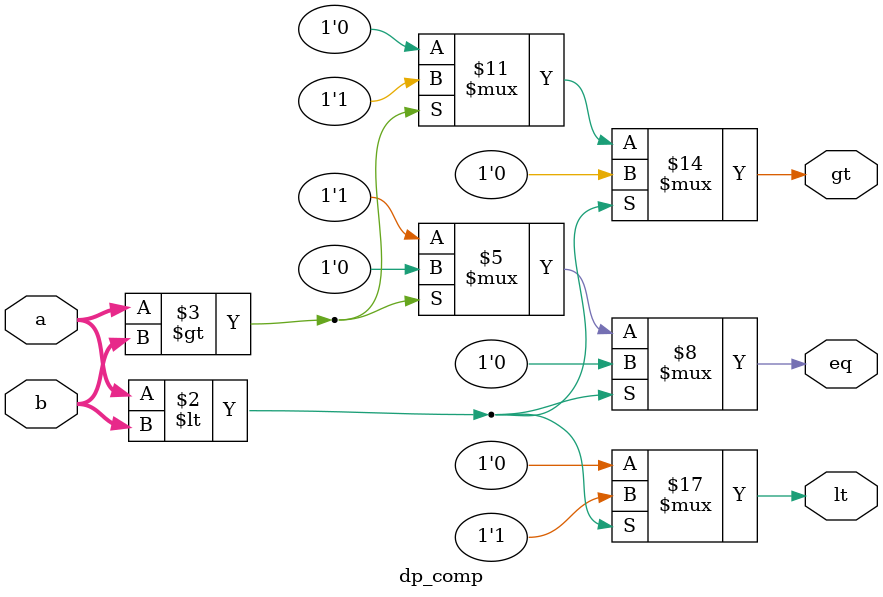
<source format=v>
`timescale 1ns / 1ps
module dp_comp(a,b,lt,gt,eq);
parameter datawidth = 8;
input [datawidth-1:0] a,b;
output reg lt,gt,eq;

always @(a or b) begin
lt <= 0;
gt <= 0;
eq <= 0;
	if (a<b)
		lt <= 1;
	else if (a>b)
		gt <= 1;
	else
		eq <= 1; 
end

endmodule


</source>
